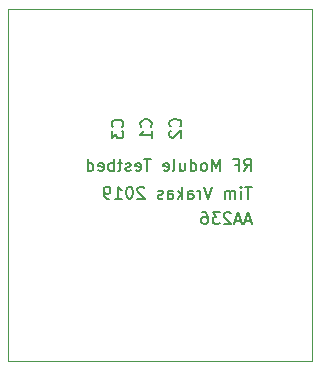
<source format=gbr>
%TF.GenerationSoftware,KiCad,Pcbnew,(5.1.4)-1*%
%TF.CreationDate,2019-10-27T14:05:37-07:00*%
%TF.ProjectId,spriteSAMD,73707269-7465-4534-914d-442e6b696361,rev?*%
%TF.SameCoordinates,Original*%
%TF.FileFunction,Legend,Bot*%
%TF.FilePolarity,Positive*%
%FSLAX46Y46*%
G04 Gerber Fmt 4.6, Leading zero omitted, Abs format (unit mm)*
G04 Created by KiCad (PCBNEW (5.1.4)-1) date 2019-10-27 14:05:37*
%MOMM*%
%LPD*%
G04 APERTURE LIST*
%ADD10C,0.150000*%
%ADD11C,0.100000*%
G04 APERTURE END LIST*
D10*
X166534838Y-83859666D02*
X166058647Y-83859666D01*
X166630076Y-84145380D02*
X166296742Y-83145380D01*
X165963409Y-84145380D01*
X165677695Y-83859666D02*
X165201504Y-83859666D01*
X165772933Y-84145380D02*
X165439600Y-83145380D01*
X165106266Y-84145380D01*
X164820552Y-83240619D02*
X164772933Y-83193000D01*
X164677695Y-83145380D01*
X164439600Y-83145380D01*
X164344361Y-83193000D01*
X164296742Y-83240619D01*
X164249123Y-83335857D01*
X164249123Y-83431095D01*
X164296742Y-83573952D01*
X164868171Y-84145380D01*
X164249123Y-84145380D01*
X163915790Y-83145380D02*
X163296742Y-83145380D01*
X163630076Y-83526333D01*
X163487219Y-83526333D01*
X163391980Y-83573952D01*
X163344361Y-83621571D01*
X163296742Y-83716809D01*
X163296742Y-83954904D01*
X163344361Y-84050142D01*
X163391980Y-84097761D01*
X163487219Y-84145380D01*
X163772933Y-84145380D01*
X163868171Y-84097761D01*
X163915790Y-84050142D01*
X162439600Y-83145380D02*
X162630076Y-83145380D01*
X162725314Y-83193000D01*
X162772933Y-83240619D01*
X162868171Y-83383476D01*
X162915790Y-83573952D01*
X162915790Y-83954904D01*
X162868171Y-84050142D01*
X162820552Y-84097761D01*
X162725314Y-84145380D01*
X162534838Y-84145380D01*
X162439600Y-84097761D01*
X162391980Y-84050142D01*
X162344361Y-83954904D01*
X162344361Y-83716809D01*
X162391980Y-83621571D01*
X162439600Y-83573952D01*
X162534838Y-83526333D01*
X162725314Y-83526333D01*
X162820552Y-83573952D01*
X162868171Y-83621571D01*
X162915790Y-83716809D01*
X166608923Y-80986380D02*
X166037495Y-80986380D01*
X166323209Y-81986380D02*
X166323209Y-80986380D01*
X165704161Y-81986380D02*
X165704161Y-81319714D01*
X165704161Y-80986380D02*
X165751780Y-81034000D01*
X165704161Y-81081619D01*
X165656542Y-81034000D01*
X165704161Y-80986380D01*
X165704161Y-81081619D01*
X165227971Y-81986380D02*
X165227971Y-81319714D01*
X165227971Y-81414952D02*
X165180352Y-81367333D01*
X165085114Y-81319714D01*
X164942257Y-81319714D01*
X164847019Y-81367333D01*
X164799400Y-81462571D01*
X164799400Y-81986380D01*
X164799400Y-81462571D02*
X164751780Y-81367333D01*
X164656542Y-81319714D01*
X164513685Y-81319714D01*
X164418447Y-81367333D01*
X164370828Y-81462571D01*
X164370828Y-81986380D01*
X163275590Y-80986380D02*
X162942257Y-81986380D01*
X162608923Y-80986380D01*
X162275590Y-81986380D02*
X162275590Y-81319714D01*
X162275590Y-81510190D02*
X162227971Y-81414952D01*
X162180352Y-81367333D01*
X162085114Y-81319714D01*
X161989876Y-81319714D01*
X161227971Y-81986380D02*
X161227971Y-81462571D01*
X161275590Y-81367333D01*
X161370828Y-81319714D01*
X161561304Y-81319714D01*
X161656542Y-81367333D01*
X161227971Y-81938761D02*
X161323209Y-81986380D01*
X161561304Y-81986380D01*
X161656542Y-81938761D01*
X161704161Y-81843523D01*
X161704161Y-81748285D01*
X161656542Y-81653047D01*
X161561304Y-81605428D01*
X161323209Y-81605428D01*
X161227971Y-81557809D01*
X160751780Y-81986380D02*
X160751780Y-80986380D01*
X160656542Y-81605428D02*
X160370828Y-81986380D01*
X160370828Y-81319714D02*
X160751780Y-81700666D01*
X159513685Y-81986380D02*
X159513685Y-81462571D01*
X159561304Y-81367333D01*
X159656542Y-81319714D01*
X159847019Y-81319714D01*
X159942257Y-81367333D01*
X159513685Y-81938761D02*
X159608923Y-81986380D01*
X159847019Y-81986380D01*
X159942257Y-81938761D01*
X159989876Y-81843523D01*
X159989876Y-81748285D01*
X159942257Y-81653047D01*
X159847019Y-81605428D01*
X159608923Y-81605428D01*
X159513685Y-81557809D01*
X159085114Y-81938761D02*
X158989876Y-81986380D01*
X158799400Y-81986380D01*
X158704161Y-81938761D01*
X158656542Y-81843523D01*
X158656542Y-81795904D01*
X158704161Y-81700666D01*
X158799400Y-81653047D01*
X158942257Y-81653047D01*
X159037495Y-81605428D01*
X159085114Y-81510190D01*
X159085114Y-81462571D01*
X159037495Y-81367333D01*
X158942257Y-81319714D01*
X158799400Y-81319714D01*
X158704161Y-81367333D01*
X157513685Y-81081619D02*
X157466066Y-81034000D01*
X157370828Y-80986380D01*
X157132733Y-80986380D01*
X157037495Y-81034000D01*
X156989876Y-81081619D01*
X156942257Y-81176857D01*
X156942257Y-81272095D01*
X156989876Y-81414952D01*
X157561304Y-81986380D01*
X156942257Y-81986380D01*
X156323209Y-80986380D02*
X156227971Y-80986380D01*
X156132733Y-81034000D01*
X156085114Y-81081619D01*
X156037495Y-81176857D01*
X155989876Y-81367333D01*
X155989876Y-81605428D01*
X156037495Y-81795904D01*
X156085114Y-81891142D01*
X156132733Y-81938761D01*
X156227971Y-81986380D01*
X156323209Y-81986380D01*
X156418447Y-81938761D01*
X156466066Y-81891142D01*
X156513685Y-81795904D01*
X156561304Y-81605428D01*
X156561304Y-81367333D01*
X156513685Y-81176857D01*
X156466066Y-81081619D01*
X156418447Y-81034000D01*
X156323209Y-80986380D01*
X155037495Y-81986380D02*
X155608923Y-81986380D01*
X155323209Y-81986380D02*
X155323209Y-80986380D01*
X155418447Y-81129238D01*
X155513685Y-81224476D01*
X155608923Y-81272095D01*
X154561304Y-81986380D02*
X154370828Y-81986380D01*
X154275590Y-81938761D01*
X154227971Y-81891142D01*
X154132733Y-81748285D01*
X154085114Y-81557809D01*
X154085114Y-81176857D01*
X154132733Y-81081619D01*
X154180352Y-81034000D01*
X154275590Y-80986380D01*
X154466066Y-80986380D01*
X154561304Y-81034000D01*
X154608923Y-81081619D01*
X154656542Y-81176857D01*
X154656542Y-81414952D01*
X154608923Y-81510190D01*
X154561304Y-81557809D01*
X154466066Y-81605428D01*
X154275590Y-81605428D01*
X154180352Y-81557809D01*
X154132733Y-81510190D01*
X154085114Y-81414952D01*
X165972333Y-79649580D02*
X166305666Y-79173390D01*
X166543761Y-79649580D02*
X166543761Y-78649580D01*
X166162809Y-78649580D01*
X166067571Y-78697200D01*
X166019952Y-78744819D01*
X165972333Y-78840057D01*
X165972333Y-78982914D01*
X166019952Y-79078152D01*
X166067571Y-79125771D01*
X166162809Y-79173390D01*
X166543761Y-79173390D01*
X165210428Y-79125771D02*
X165543761Y-79125771D01*
X165543761Y-79649580D02*
X165543761Y-78649580D01*
X165067571Y-78649580D01*
X163924714Y-79649580D02*
X163924714Y-78649580D01*
X163591380Y-79363866D01*
X163258047Y-78649580D01*
X163258047Y-79649580D01*
X162639000Y-79649580D02*
X162734238Y-79601961D01*
X162781857Y-79554342D01*
X162829476Y-79459104D01*
X162829476Y-79173390D01*
X162781857Y-79078152D01*
X162734238Y-79030533D01*
X162639000Y-78982914D01*
X162496142Y-78982914D01*
X162400904Y-79030533D01*
X162353285Y-79078152D01*
X162305666Y-79173390D01*
X162305666Y-79459104D01*
X162353285Y-79554342D01*
X162400904Y-79601961D01*
X162496142Y-79649580D01*
X162639000Y-79649580D01*
X161448523Y-79649580D02*
X161448523Y-78649580D01*
X161448523Y-79601961D02*
X161543761Y-79649580D01*
X161734238Y-79649580D01*
X161829476Y-79601961D01*
X161877095Y-79554342D01*
X161924714Y-79459104D01*
X161924714Y-79173390D01*
X161877095Y-79078152D01*
X161829476Y-79030533D01*
X161734238Y-78982914D01*
X161543761Y-78982914D01*
X161448523Y-79030533D01*
X160543761Y-78982914D02*
X160543761Y-79649580D01*
X160972333Y-78982914D02*
X160972333Y-79506723D01*
X160924714Y-79601961D01*
X160829476Y-79649580D01*
X160686619Y-79649580D01*
X160591380Y-79601961D01*
X160543761Y-79554342D01*
X159924714Y-79649580D02*
X160019952Y-79601961D01*
X160067571Y-79506723D01*
X160067571Y-78649580D01*
X159162809Y-79601961D02*
X159258047Y-79649580D01*
X159448523Y-79649580D01*
X159543761Y-79601961D01*
X159591380Y-79506723D01*
X159591380Y-79125771D01*
X159543761Y-79030533D01*
X159448523Y-78982914D01*
X159258047Y-78982914D01*
X159162809Y-79030533D01*
X159115190Y-79125771D01*
X159115190Y-79221009D01*
X159591380Y-79316247D01*
X158067571Y-78649580D02*
X157496142Y-78649580D01*
X157781857Y-79649580D02*
X157781857Y-78649580D01*
X156781857Y-79601961D02*
X156877095Y-79649580D01*
X157067571Y-79649580D01*
X157162809Y-79601961D01*
X157210428Y-79506723D01*
X157210428Y-79125771D01*
X157162809Y-79030533D01*
X157067571Y-78982914D01*
X156877095Y-78982914D01*
X156781857Y-79030533D01*
X156734238Y-79125771D01*
X156734238Y-79221009D01*
X157210428Y-79316247D01*
X156353285Y-79601961D02*
X156258047Y-79649580D01*
X156067571Y-79649580D01*
X155972333Y-79601961D01*
X155924714Y-79506723D01*
X155924714Y-79459104D01*
X155972333Y-79363866D01*
X156067571Y-79316247D01*
X156210428Y-79316247D01*
X156305666Y-79268628D01*
X156353285Y-79173390D01*
X156353285Y-79125771D01*
X156305666Y-79030533D01*
X156210428Y-78982914D01*
X156067571Y-78982914D01*
X155972333Y-79030533D01*
X155639000Y-78982914D02*
X155258047Y-78982914D01*
X155496142Y-78649580D02*
X155496142Y-79506723D01*
X155448523Y-79601961D01*
X155353285Y-79649580D01*
X155258047Y-79649580D01*
X154924714Y-79649580D02*
X154924714Y-78649580D01*
X154924714Y-79030533D02*
X154829476Y-78982914D01*
X154639000Y-78982914D01*
X154543761Y-79030533D01*
X154496142Y-79078152D01*
X154448523Y-79173390D01*
X154448523Y-79459104D01*
X154496142Y-79554342D01*
X154543761Y-79601961D01*
X154639000Y-79649580D01*
X154829476Y-79649580D01*
X154924714Y-79601961D01*
X153639000Y-79601961D02*
X153734238Y-79649580D01*
X153924714Y-79649580D01*
X154019952Y-79601961D01*
X154067571Y-79506723D01*
X154067571Y-79125771D01*
X154019952Y-79030533D01*
X153924714Y-78982914D01*
X153734238Y-78982914D01*
X153639000Y-79030533D01*
X153591380Y-79125771D01*
X153591380Y-79221009D01*
X154067571Y-79316247D01*
X152734238Y-79649580D02*
X152734238Y-78649580D01*
X152734238Y-79601961D02*
X152829476Y-79649580D01*
X153019952Y-79649580D01*
X153115190Y-79601961D01*
X153162809Y-79554342D01*
X153210428Y-79459104D01*
X153210428Y-79173390D01*
X153162809Y-79078152D01*
X153115190Y-79030533D01*
X153019952Y-78982914D01*
X152829476Y-78982914D01*
X152734238Y-79030533D01*
D11*
X145999200Y-65938400D02*
X170408600Y-65938400D01*
X145999200Y-95707200D02*
X145999200Y-65938400D01*
X171704000Y-95707200D02*
X145999200Y-95707200D01*
X171704000Y-65938400D02*
X171704000Y-95707200D01*
X170408600Y-65938400D02*
X171704000Y-65938400D01*
D10*
X155651142Y-75931733D02*
X155698761Y-75884114D01*
X155746380Y-75741257D01*
X155746380Y-75646019D01*
X155698761Y-75503161D01*
X155603523Y-75407923D01*
X155508285Y-75360304D01*
X155317809Y-75312685D01*
X155174952Y-75312685D01*
X154984476Y-75360304D01*
X154889238Y-75407923D01*
X154794000Y-75503161D01*
X154746380Y-75646019D01*
X154746380Y-75741257D01*
X154794000Y-75884114D01*
X154841619Y-75931733D01*
X154746380Y-76265066D02*
X154746380Y-76884114D01*
X155127333Y-76550780D01*
X155127333Y-76693638D01*
X155174952Y-76788876D01*
X155222571Y-76836495D01*
X155317809Y-76884114D01*
X155555904Y-76884114D01*
X155651142Y-76836495D01*
X155698761Y-76788876D01*
X155746380Y-76693638D01*
X155746380Y-76407923D01*
X155698761Y-76312685D01*
X155651142Y-76265066D01*
X160553342Y-75880933D02*
X160600961Y-75833314D01*
X160648580Y-75690457D01*
X160648580Y-75595219D01*
X160600961Y-75452361D01*
X160505723Y-75357123D01*
X160410485Y-75309504D01*
X160220009Y-75261885D01*
X160077152Y-75261885D01*
X159886676Y-75309504D01*
X159791438Y-75357123D01*
X159696200Y-75452361D01*
X159648580Y-75595219D01*
X159648580Y-75690457D01*
X159696200Y-75833314D01*
X159743819Y-75880933D01*
X159743819Y-76261885D02*
X159696200Y-76309504D01*
X159648580Y-76404742D01*
X159648580Y-76642838D01*
X159696200Y-76738076D01*
X159743819Y-76785695D01*
X159839057Y-76833314D01*
X159934295Y-76833314D01*
X160077152Y-76785695D01*
X160648580Y-76214266D01*
X160648580Y-76833314D01*
X158064142Y-75906333D02*
X158111761Y-75858714D01*
X158159380Y-75715857D01*
X158159380Y-75620619D01*
X158111761Y-75477761D01*
X158016523Y-75382523D01*
X157921285Y-75334904D01*
X157730809Y-75287285D01*
X157587952Y-75287285D01*
X157397476Y-75334904D01*
X157302238Y-75382523D01*
X157207000Y-75477761D01*
X157159380Y-75620619D01*
X157159380Y-75715857D01*
X157207000Y-75858714D01*
X157254619Y-75906333D01*
X158159380Y-76858714D02*
X158159380Y-76287285D01*
X158159380Y-76573000D02*
X157159380Y-76573000D01*
X157302238Y-76477761D01*
X157397476Y-76382523D01*
X157445095Y-76287285D01*
M02*

</source>
